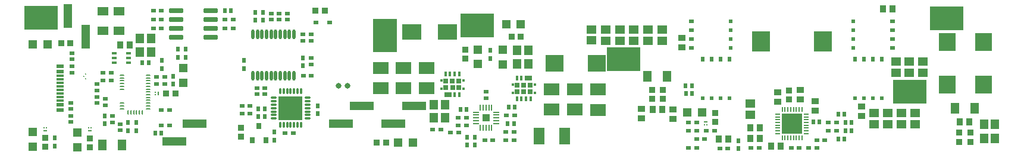
<source format=gbr>
%TF.GenerationSoftware,Altium Limited,Altium Designer,19.0.15 (446)*%
G04 Layer_Color=8421504*
%FSLAX45Y45*%
%MOMM*%
%TF.FileFunction,Paste,Top*%
%TF.Part,CustomerPanel*%
G01*
G75*
%TA.AperFunction,SMDPad,CuDef*%
%ADD10R,0.60000X0.75000*%
%ADD11R,0.85000X0.95000*%
%TA.AperFunction,ConnectorPad*%
%ADD12R,1.00000X0.30000*%
%ADD13R,1.00000X0.60000*%
%TA.AperFunction,SMDPad,CuDef*%
G04:AMPARAMS|DCode=14|XSize=0.2mm|YSize=0.2mm|CornerRadius=0.05mm|HoleSize=0mm|Usage=FLASHONLY|Rotation=0.000|XOffset=0mm|YOffset=0mm|HoleType=Round|Shape=RoundedRectangle|*
%AMROUNDEDRECTD14*
21,1,0.20000,0.10000,0,0,0.0*
21,1,0.10000,0.20000,0,0,0.0*
1,1,0.10000,0.05000,-0.05000*
1,1,0.10000,-0.05000,-0.05000*
1,1,0.10000,-0.05000,0.05000*
1,1,0.10000,0.05000,0.05000*
%
%ADD14ROUNDEDRECTD14*%
%ADD15R,0.70000X0.50000*%
%ADD16R,0.64000X0.60000*%
%ADD17R,1.20000X1.20000*%
%ADD18R,0.90000X1.00000*%
%ADD19R,0.75000X0.60000*%
%ADD20R,2.50000X3.00000*%
%ADD21R,0.50000X0.65000*%
%ADD22R,0.50000X0.55000*%
%ADD24R,0.65000X0.50000*%
%ADD25R,0.55000X0.50000*%
%ADD27R,0.60000X0.64000*%
%ADD28O,0.70000X0.20000*%
%ADD29C,0.80010*%
G04:AMPARAMS|DCode=34|XSize=0.2mm|YSize=0.6mm|CornerRadius=0.04mm|HoleSize=0mm|Usage=FLASHONLY|Rotation=90.000|XOffset=0mm|YOffset=0mm|HoleType=Round|Shape=RoundedRectangle|*
%AMROUNDEDRECTD34*
21,1,0.20000,0.52000,0,0,90.0*
21,1,0.12000,0.60000,0,0,90.0*
1,1,0.08000,0.26000,0.06000*
1,1,0.08000,0.26000,-0.06000*
1,1,0.08000,-0.26000,-0.06000*
1,1,0.08000,-0.26000,0.06000*
%
%ADD34ROUNDEDRECTD34*%
G04:AMPARAMS|DCode=35|XSize=0.6mm|YSize=0.2mm|CornerRadius=0.04mm|HoleSize=0mm|Usage=FLASHONLY|Rotation=90.000|XOffset=0mm|YOffset=0mm|HoleType=Round|Shape=RoundedRectangle|*
%AMROUNDEDRECTD35*
21,1,0.60000,0.12000,0,0,90.0*
21,1,0.52000,0.20000,0,0,90.0*
1,1,0.08000,0.06000,0.26000*
1,1,0.08000,0.06000,-0.26000*
1,1,0.08000,-0.06000,-0.26000*
1,1,0.08000,-0.06000,0.26000*
%
%ADD35ROUNDEDRECTD35*%
%ADD36R,1.27000X3.43000*%
%ADD37R,0.95000X0.85000*%
%ADD38R,1.30000X1.40000*%
%ADD39R,0.17000X0.52000*%
%ADD40R,0.27000X0.17000*%
%ADD41R,1.20000X1.20000*%
%ADD42R,0.52000X0.17000*%
%ADD43R,0.17000X0.27000*%
%ADD44R,4.70000X3.43000*%
%ADD46R,0.66000X0.32000*%
G04:AMPARAMS|DCode=47|XSize=1.97mm|YSize=0.6mm|CornerRadius=0.075mm|HoleSize=0mm|Usage=FLASHONLY|Rotation=0.000|XOffset=0mm|YOffset=0mm|HoleType=Round|Shape=RoundedRectangle|*
%AMROUNDEDRECTD47*
21,1,1.97000,0.45000,0,0,0.0*
21,1,1.82000,0.60000,0,0,0.0*
1,1,0.15000,0.91000,-0.22500*
1,1,0.15000,-0.91000,-0.22500*
1,1,0.15000,-0.91000,0.22500*
1,1,0.15000,0.91000,0.22500*
%
%ADD47ROUNDEDRECTD47*%
%ADD48R,3.43000X1.27000*%
%ADD49O,0.45000X1.40000*%
%ADD50R,2.23000X1.80000*%
%ADD51R,0.35000X0.30000*%
%ADD52R,0.44000X0.65000*%
%ADD53R,1.09000X0.65000*%
%ADD55R,3.43000X4.70000*%
%ADD56R,2.70000X2.20000*%
G04:AMPARAMS|DCode=57|XSize=0.83mm|YSize=0.22mm|CornerRadius=0.0275mm|HoleSize=0mm|Usage=FLASHONLY|Rotation=180.000|XOffset=0mm|YOffset=0mm|HoleType=Round|Shape=RoundedRectangle|*
%AMROUNDEDRECTD57*
21,1,0.83000,0.16500,0,0,180.0*
21,1,0.77500,0.22000,0,0,180.0*
1,1,0.05500,-0.38750,0.08250*
1,1,0.05500,0.38750,0.08250*
1,1,0.05500,0.38750,-0.08250*
1,1,0.05500,-0.38750,-0.08250*
%
%ADD57ROUNDEDRECTD57*%
G04:AMPARAMS|DCode=58|XSize=0.83mm|YSize=0.22mm|CornerRadius=0.0275mm|HoleSize=0mm|Usage=FLASHONLY|Rotation=90.000|XOffset=0mm|YOffset=0mm|HoleType=Round|Shape=RoundedRectangle|*
%AMROUNDEDRECTD58*
21,1,0.83000,0.16500,0,0,90.0*
21,1,0.77500,0.22000,0,0,90.0*
1,1,0.05500,0.08250,0.38750*
1,1,0.05500,0.08250,-0.38750*
1,1,0.05500,-0.08250,-0.38750*
1,1,0.05500,-0.08250,0.38750*
%
%ADD58ROUNDEDRECTD58*%
%ADD60R,1.50000X2.40000*%
%ADD61R,1.00000X0.90000*%
%ADD62R,1.40000X1.30000*%
%ADD63R,1.65000X1.20000*%
%ADD64R,1.20000X1.65000*%
%ADD66O,0.20000X0.70000*%
%ADD67R,3.00000X3.00000*%
%ADD68R,2.45000X2.55000*%
%ADD69R,2.55000X2.45000*%
%ADD70R,0.80000X0.90000*%
%ADD71O,0.95000X0.30000*%
%ADD72O,0.30000X0.95000*%
%ADD73R,3.35000X3.35000*%
%TA.AperFunction,NonConductor*%
%ADD152R,0.70000X0.70000*%
%ADD153R,0.70000X0.70000*%
%ADD154R,0.70000X0.70000*%
%TA.AperFunction,SMDPad,CuDef*%
%ADD155R,1.10000X1.10000*%
D10*
X6569640Y7176380D02*
D03*
Y7291380D02*
D03*
X6783000Y6491300D02*
D03*
Y6606300D02*
D03*
X4900860Y7413300D02*
D03*
Y7298300D02*
D03*
X9235620Y7284620D02*
D03*
Y7399620D02*
D03*
X4720520Y7029620D02*
D03*
Y6914620D02*
D03*
X3745160Y6347681D02*
D03*
Y6462681D02*
D03*
X3041580Y6028488D02*
D03*
Y6143488D02*
D03*
X4200620Y6366820D02*
D03*
Y6251820D02*
D03*
X4080440Y6366820D02*
D03*
Y6251820D02*
D03*
X4789100Y7413300D02*
D03*
Y7298300D02*
D03*
X4558660Y7256740D02*
D03*
Y7141740D02*
D03*
X6003120Y7944621D02*
D03*
Y7829621D02*
D03*
X5890620Y7944621D02*
D03*
Y7829621D02*
D03*
X5728900Y7255820D02*
D03*
Y7140820D02*
D03*
X8901580Y6156940D02*
D03*
Y6041940D02*
D03*
X9015880Y6156908D02*
D03*
Y6041908D02*
D03*
X6160900Y6228447D02*
D03*
Y6113446D02*
D03*
X12763120Y5992120D02*
D03*
Y6107120D02*
D03*
D11*
X6878480Y7968357D02*
D03*
X6748480D02*
D03*
X7621440Y6078184D02*
D03*
X7751440D02*
D03*
X9540320Y7597100D02*
D03*
X9670320D02*
D03*
X3258980Y7503449D02*
D03*
X3128980D02*
D03*
X4752500Y6784621D02*
D03*
X4622500D02*
D03*
D12*
X3113200Y6784098D02*
D03*
Y6834098D02*
D03*
Y6884098D02*
D03*
Y6934098D02*
D03*
Y7034098D02*
D03*
Y6984098D02*
D03*
Y6734098D02*
D03*
Y6684098D02*
D03*
D13*
Y7175098D02*
D03*
Y7095098D02*
D03*
Y6623098D02*
D03*
Y6543098D02*
D03*
D14*
X3450760Y7026080D02*
D03*
X3480760Y6992081D02*
D03*
Y7060080D02*
D03*
D15*
X6751580Y7795220D02*
D03*
X6951580D02*
D03*
D16*
X6688480Y7626120D02*
D03*
Y7538120D02*
D03*
X6569640Y7625861D02*
D03*
Y7537860D02*
D03*
X3754968Y6615293D02*
D03*
Y6703293D02*
D03*
X3968680Y6256881D02*
D03*
Y6344881D02*
D03*
X3862000Y6457460D02*
D03*
Y6369460D02*
D03*
X3643120Y6825621D02*
D03*
Y6913621D02*
D03*
X3643120Y6731445D02*
D03*
Y6643445D02*
D03*
X3282880Y7080660D02*
D03*
Y7168661D02*
D03*
Y7361700D02*
D03*
Y7273700D02*
D03*
X3270180Y6649060D02*
D03*
Y6561060D02*
D03*
X3270588Y6372000D02*
D03*
Y6460001D02*
D03*
X9175621Y6716777D02*
D03*
Y6804777D02*
D03*
X6688464Y7198723D02*
D03*
Y7286724D02*
D03*
X6025504Y6774660D02*
D03*
Y6862660D02*
D03*
X5918776Y6774660D02*
D03*
Y6862660D02*
D03*
X6347599Y7929352D02*
D03*
Y7841352D02*
D03*
X6233299Y7929352D02*
D03*
Y7841352D02*
D03*
X6118999Y7929352D02*
D03*
Y7841352D02*
D03*
D17*
X8134340Y6078180D02*
D03*
X7924340D02*
D03*
X9461143Y7775300D02*
D03*
X9671143D02*
D03*
X2728020Y7483425D02*
D03*
X2938020D02*
D03*
X12248396Y6509748D02*
D03*
X12038396D02*
D03*
D18*
X3972300Y7477921D02*
D03*
X4107300D02*
D03*
X12933121Y6137425D02*
D03*
X13068120D02*
D03*
X12933121Y6294080D02*
D03*
X13068120D02*
D03*
X13233121Y6026117D02*
D03*
X13368120D02*
D03*
X11680620Y6556479D02*
D03*
X11545620D02*
D03*
X14823120Y7994620D02*
D03*
X14958121D02*
D03*
X12490072Y6127120D02*
D03*
X12625072D02*
D03*
X15919360Y6372121D02*
D03*
X16054359D02*
D03*
D19*
X12308420Y6245069D02*
D03*
X12423420D02*
D03*
X3840340Y6967081D02*
D03*
Y7082120D02*
D03*
X8532140Y6268680D02*
D03*
X8417140D02*
D03*
X8783600Y6222960D02*
D03*
X8668600D02*
D03*
X4487768Y6916380D02*
D03*
X4602768D02*
D03*
X4487760Y7020520D02*
D03*
X4602760D02*
D03*
X3725340Y7082120D02*
D03*
Y6967081D02*
D03*
X4440620Y7839620D02*
D03*
X4555620D02*
D03*
X4440620Y7967620D02*
D03*
X4555620D02*
D03*
X4440620Y7714620D02*
D03*
X4555620D02*
D03*
X5578120Y7714120D02*
D03*
X5463120D02*
D03*
X5578120Y7839620D02*
D03*
X5463120D02*
D03*
X4668840Y6548520D02*
D03*
X4553840D02*
D03*
X4553800Y6324560D02*
D03*
X4668800D02*
D03*
X6690640Y7035177D02*
D03*
X6575640D02*
D03*
X9466160Y6468900D02*
D03*
X9581160D02*
D03*
X9457240Y6114287D02*
D03*
X9572240D02*
D03*
X9273120D02*
D03*
X9158120D02*
D03*
X8780360Y6322800D02*
D03*
X8895360D02*
D03*
X9571670Y6233813D02*
D03*
X9456670D02*
D03*
X8896120Y6436020D02*
D03*
X8781120D02*
D03*
X12286729Y6127120D02*
D03*
X12171729D02*
D03*
X12173120Y6007120D02*
D03*
X12058120D02*
D03*
X12173120Y6247120D02*
D03*
X12058120D02*
D03*
X12173120Y6367120D02*
D03*
X12058120D02*
D03*
X12944600Y6002320D02*
D03*
X13059599D02*
D03*
X13765620Y6004620D02*
D03*
X13880620D02*
D03*
X13995621Y6112080D02*
D03*
X13880620D02*
D03*
X12500840Y5992959D02*
D03*
X12615840D02*
D03*
X13515620Y6004620D02*
D03*
X13630620D02*
D03*
X5815620Y6493820D02*
D03*
X5700620D02*
D03*
X14162120Y6246080D02*
D03*
X14047121D02*
D03*
X14161620Y6368441D02*
D03*
X14046619D02*
D03*
X6316260Y6213120D02*
D03*
X6431260D02*
D03*
X5700620Y6603820D02*
D03*
X5815620D02*
D03*
D20*
X13091776Y7531060D02*
D03*
X13971779D02*
D03*
D21*
X14804120Y7270484D02*
D03*
X14677119D02*
D03*
X14550121D02*
D03*
X14423120D02*
D03*
X12635620Y7269620D02*
D03*
X12508620D02*
D03*
X12381620D02*
D03*
X12254620D02*
D03*
D22*
X14423120Y6715484D02*
D03*
X14550121D02*
D03*
X14677119D02*
D03*
X14804120D02*
D03*
X12254620Y6714620D02*
D03*
X12381620D02*
D03*
X12508620D02*
D03*
X12635620D02*
D03*
D24*
X14959120Y7431484D02*
D03*
Y7558484D02*
D03*
Y7685484D02*
D03*
Y7812484D02*
D03*
X12098120Y7812620D02*
D03*
Y7685620D02*
D03*
Y7558620D02*
D03*
Y7431620D02*
D03*
D25*
X14404120Y7812484D02*
D03*
Y7685484D02*
D03*
Y7558484D02*
D03*
Y7431484D02*
D03*
X12653120Y7431620D02*
D03*
Y7558620D02*
D03*
Y7685620D02*
D03*
Y7812620D02*
D03*
D27*
X12105120Y6782742D02*
D03*
X12017120D02*
D03*
X5547120Y7967120D02*
D03*
X5459120D02*
D03*
X4286620Y7220120D02*
D03*
X4374620D02*
D03*
X4553700Y6212120D02*
D03*
X4465700D02*
D03*
X9584170Y6586630D02*
D03*
X9496170D02*
D03*
X9482869Y6352060D02*
D03*
X9570869D02*
D03*
X8808900Y6555536D02*
D03*
X8896900D02*
D03*
X13919620Y6377280D02*
D03*
X13831619D02*
D03*
X14290100Y6246080D02*
D03*
X14378101D02*
D03*
X14185620Y6485941D02*
D03*
X14273621D02*
D03*
X12104540Y6891642D02*
D03*
X12016540D02*
D03*
X14290118Y6368441D02*
D03*
X14378119D02*
D03*
X14185620Y6128580D02*
D03*
X14273621D02*
D03*
X5937504Y6565259D02*
D03*
X6025504D02*
D03*
X5937504Y6450959D02*
D03*
X6025504D02*
D03*
D28*
X13733121Y6287121D02*
D03*
Y6327121D02*
D03*
X13328120Y6487121D02*
D03*
Y6447121D02*
D03*
Y6407121D02*
D03*
Y6367121D02*
D03*
Y6327121D02*
D03*
Y6287121D02*
D03*
Y6247121D02*
D03*
Y6207121D02*
D03*
X13733121D02*
D03*
Y6247121D02*
D03*
Y6367121D02*
D03*
Y6407121D02*
D03*
Y6447121D02*
D03*
Y6487121D02*
D03*
D29*
X7204120Y6894080D02*
D03*
X7077072Y6895560D02*
D03*
D34*
X3991100Y6565060D02*
D03*
Y6605060D02*
D03*
Y6645060D02*
D03*
Y6845060D02*
D03*
Y6885060D02*
D03*
Y6925060D02*
D03*
Y6965060D02*
D03*
Y7005060D02*
D03*
Y7045060D02*
D03*
X4371100D02*
D03*
Y7005060D02*
D03*
Y6965060D02*
D03*
Y6925060D02*
D03*
Y6885060D02*
D03*
Y6845060D02*
D03*
Y6805060D02*
D03*
Y6765060D02*
D03*
Y6725060D02*
D03*
Y6685060D02*
D03*
Y6645060D02*
D03*
Y6605060D02*
D03*
Y6565060D02*
D03*
D35*
X4281100Y6515060D02*
D03*
X4241100D02*
D03*
X4201100D02*
D03*
X4161100D02*
D03*
X4121100D02*
D03*
X4081100D02*
D03*
D36*
X3478460Y7596120D02*
D03*
X3224460Y7888120D02*
D03*
D37*
X3537120Y6012120D02*
D03*
Y6142120D02*
D03*
X12438120Y6502120D02*
D03*
Y6372120D02*
D03*
X8883120Y7412120D02*
D03*
Y7282120D02*
D03*
X2903020Y6150981D02*
D03*
Y6020981D02*
D03*
X5690800Y6290500D02*
D03*
Y6160501D02*
D03*
X13488260Y6698554D02*
D03*
Y6828554D02*
D03*
X15906860Y6092121D02*
D03*
Y6222121D02*
D03*
X16066859Y6092120D02*
D03*
Y6222120D02*
D03*
X11535620Y6706403D02*
D03*
Y6836403D02*
D03*
X11690620Y6706403D02*
D03*
Y6836403D02*
D03*
D38*
X4250964Y7570120D02*
D03*
X4410964D02*
D03*
X4250964Y7375120D02*
D03*
X4410963D02*
D03*
X9615620Y7202120D02*
D03*
X9775620D02*
D03*
X9616870Y7399620D02*
D03*
X9776869D02*
D03*
X8430822Y6432120D02*
D03*
X8590822D02*
D03*
X8430822Y6619620D02*
D03*
X8590822D02*
D03*
X16419272Y6138256D02*
D03*
X16259271D02*
D03*
X16419272Y6340756D02*
D03*
X16259271D02*
D03*
D39*
X4511880Y6784300D02*
D03*
D40*
X4471880Y6766800D02*
D03*
Y6801800D02*
D03*
D41*
X4870380Y6935840D02*
D03*
Y7145840D02*
D03*
X9411787Y7406983D02*
D03*
Y7196983D02*
D03*
X3362120Y6224621D02*
D03*
Y6014620D02*
D03*
X2728020Y6230980D02*
D03*
Y6020980D02*
D03*
X9058120Y7202120D02*
D03*
Y7412120D02*
D03*
D42*
X12300620Y6372121D02*
D03*
X3538120Y6252120D02*
D03*
X2903020Y6249660D02*
D03*
D43*
X12318120Y6332120D02*
D03*
X12283120D02*
D03*
X3520620Y6292121D02*
D03*
X3555620D02*
D03*
X2885520Y6289661D02*
D03*
X2920520D02*
D03*
D44*
X15731419Y7853640D02*
D03*
X2840920Y7863800D02*
D03*
X9048680Y7754580D02*
D03*
X11132621Y7276618D02*
D03*
X15200620Y6807120D02*
D03*
D46*
X4090620Y7354621D02*
D03*
Y7289621D02*
D03*
Y7224621D02*
D03*
X3885620D02*
D03*
Y7289621D02*
D03*
Y7354621D02*
D03*
D47*
X5258120Y7967620D02*
D03*
Y7840620D02*
D03*
Y7713620D02*
D03*
Y7586620D02*
D03*
X4763120D02*
D03*
Y7713620D02*
D03*
Y7840620D02*
D03*
Y7967620D02*
D03*
D48*
X5031620Y6347420D02*
D03*
X4739620Y6093420D02*
D03*
X8149120Y6603960D02*
D03*
X7857120Y6349960D02*
D03*
X7403980Y6606500D02*
D03*
X7111980Y6352500D02*
D03*
D49*
X6442100Y7625756D02*
D03*
X6377100D02*
D03*
X6312100D02*
D03*
X6247100D02*
D03*
X6182100D02*
D03*
X6117100D02*
D03*
X6052100D02*
D03*
X5987100D02*
D03*
X5922100D02*
D03*
X5857100D02*
D03*
X6442100Y7035756D02*
D03*
X6377100D02*
D03*
X6312100D02*
D03*
X6247100D02*
D03*
X6182100D02*
D03*
X6117100D02*
D03*
X6052100D02*
D03*
X5987100D02*
D03*
X5922100D02*
D03*
X5857100D02*
D03*
D50*
X10765420Y6549400D02*
D03*
Y6841400D02*
D03*
X10433509Y6551718D02*
D03*
Y6843718D02*
D03*
X10105320Y6551722D02*
D03*
Y6843722D02*
D03*
X8325620Y7150038D02*
D03*
Y6858038D02*
D03*
X8003120Y7150038D02*
D03*
Y6858038D02*
D03*
X7680620Y7150038D02*
D03*
Y6858038D02*
D03*
D51*
X9868121Y6913036D02*
D03*
Y6793036D02*
D03*
X9553121D02*
D03*
X9553121Y6913036D02*
D03*
X8537901Y6852120D02*
D03*
Y6972120D02*
D03*
X8852901D02*
D03*
X8852900Y6852120D02*
D03*
D52*
X9678120Y7000536D02*
D03*
X9613121Y7000536D02*
D03*
X9808120Y6705536D02*
D03*
X9743120D02*
D03*
X9678120D02*
D03*
X9613121D02*
D03*
X8727902Y6764620D02*
D03*
X8792900Y6764620D02*
D03*
X8597902Y7059620D02*
D03*
X8662902D02*
D03*
X8727902D02*
D03*
X8792900D02*
D03*
D53*
X9775620Y7000536D02*
D03*
X8630402Y6764620D02*
D03*
D55*
X7735620Y7613860D02*
D03*
D56*
X8625621Y7660537D02*
D03*
X8115621D02*
D03*
D57*
X9319620Y6354621D02*
D03*
Y6394621D02*
D03*
Y6434621D02*
D03*
Y6474621D02*
D03*
Y6514621D02*
D03*
X9031620D02*
D03*
Y6474621D02*
D03*
Y6434621D02*
D03*
Y6394621D02*
D03*
Y6354621D02*
D03*
D58*
X9095620Y6290621D02*
D03*
X9135620D02*
D03*
X9175620D02*
D03*
X9215620D02*
D03*
X9255620D02*
D03*
Y6578621D02*
D03*
X9215620D02*
D03*
X9175620D02*
D03*
X9135620D02*
D03*
X9095620D02*
D03*
D60*
X10297940Y6169620D02*
D03*
X9927940D02*
D03*
D61*
X11958120Y7577120D02*
D03*
Y7442120D02*
D03*
X14516801Y6457720D02*
D03*
Y6592720D02*
D03*
X13644666Y6835797D02*
D03*
Y6700797D02*
D03*
X11837600Y6420954D02*
D03*
Y6555954D02*
D03*
X11387280Y6423221D02*
D03*
Y6558221D02*
D03*
X13323500Y6795920D02*
D03*
Y6660920D02*
D03*
X13861980Y6671460D02*
D03*
Y6536460D02*
D03*
D62*
X12933121Y6480780D02*
D03*
Y6640780D02*
D03*
X15283272Y6504416D02*
D03*
Y6344416D02*
D03*
X14693272Y6343200D02*
D03*
Y6503200D02*
D03*
X15088272Y6344416D02*
D03*
Y6504416D02*
D03*
X15390620Y7237120D02*
D03*
Y7077120D02*
D03*
X15005620Y7237120D02*
D03*
Y7077120D02*
D03*
X14890771Y6343200D02*
D03*
Y6503200D02*
D03*
X15198120Y7237984D02*
D03*
Y7077984D02*
D03*
X10876692Y7697984D02*
D03*
Y7537984D02*
D03*
X11077763Y7697984D02*
D03*
Y7537984D02*
D03*
X11278834Y7697984D02*
D03*
Y7537984D02*
D03*
X11479905Y7697984D02*
D03*
Y7537984D02*
D03*
X10678650Y7700867D02*
D03*
Y7540867D02*
D03*
X11678134Y7696841D02*
D03*
Y7536841D02*
D03*
D63*
X3955831Y7958080D02*
D03*
Y7678080D02*
D03*
X3723781Y7959477D02*
D03*
Y7679477D02*
D03*
D64*
X3997120Y6047120D02*
D03*
X3717120D02*
D03*
X15846860Y6572121D02*
D03*
X16126860D02*
D03*
X11473120Y7028903D02*
D03*
X11753120D02*
D03*
D66*
X13390620Y6144621D02*
D03*
X13430620D02*
D03*
X13470621D02*
D03*
X13510620D02*
D03*
X13550620D02*
D03*
X13590620D02*
D03*
X13630620D02*
D03*
X13670621D02*
D03*
Y6549621D02*
D03*
X13630620D02*
D03*
X13590620D02*
D03*
X13550620D02*
D03*
X13510620D02*
D03*
X13470621D02*
D03*
X13430620D02*
D03*
X13390620D02*
D03*
D67*
X13530620Y6347121D02*
D03*
D68*
X15741580Y6909618D02*
D03*
Y7514618D02*
D03*
X16252119Y6909610D02*
D03*
Y7514610D02*
D03*
D69*
X10753260Y7213022D02*
D03*
X10148260D02*
D03*
D70*
X5945900Y6313120D02*
D03*
X6040900Y6113120D02*
D03*
X5850900D02*
D03*
D71*
X6154080Y6723800D02*
D03*
Y6673800D02*
D03*
Y6623800D02*
D03*
Y6573800D02*
D03*
Y6523800D02*
D03*
Y6473800D02*
D03*
Y6423800D02*
D03*
X6634080D02*
D03*
Y6473800D02*
D03*
Y6523800D02*
D03*
Y6573800D02*
D03*
Y6623800D02*
D03*
Y6673800D02*
D03*
Y6723800D02*
D03*
D72*
X6244080Y6333800D02*
D03*
X6294080D02*
D03*
X6344080D02*
D03*
X6394080D02*
D03*
X6444080D02*
D03*
X6494080D02*
D03*
X6544080D02*
D03*
Y6813800D02*
D03*
X6494080D02*
D03*
X6444080D02*
D03*
X6394080D02*
D03*
X6344080D02*
D03*
X6294080D02*
D03*
X6244080D02*
D03*
D73*
X6394080Y6573800D02*
D03*
D152*
X9618121Y6900536D02*
D03*
Y6805536D02*
D03*
X8787901Y6864621D02*
D03*
Y6959621D02*
D03*
D153*
X9710621Y6805536D02*
D03*
X9803121D02*
D03*
X8695401Y6959620D02*
D03*
X8602901D02*
D03*
D154*
X9708121Y6900536D02*
D03*
X9803121D02*
D03*
X8697901Y6864621D02*
D03*
X8602901D02*
D03*
D155*
X9175620Y6434621D02*
D03*
%TF.MD5,bf57bf1e4b86f56be22cea78932bbbf1*%
M02*

</source>
